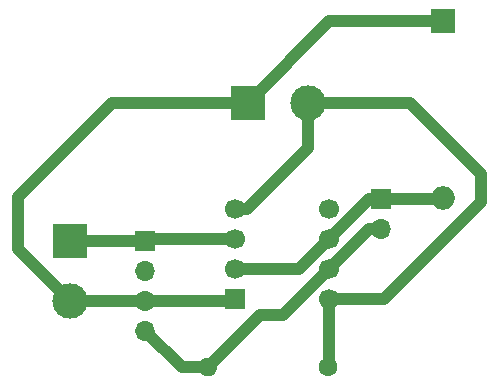
<source format=gbr>
%TF.GenerationSoftware,KiCad,Pcbnew,6.0.2+dfsg-1*%
%TF.CreationDate,2023-01-17T16:47:03+01:00*%
%TF.ProjectId,PCB_V1,5043425f-5631-42e6-9b69-6361645f7063,rev?*%
%TF.SameCoordinates,Original*%
%TF.FileFunction,Copper,L2,Bot*%
%TF.FilePolarity,Positive*%
%FSLAX46Y46*%
G04 Gerber Fmt 4.6, Leading zero omitted, Abs format (unit mm)*
G04 Created by KiCad (PCBNEW 6.0.2+dfsg-1) date 2023-01-17 16:47:03*
%MOMM*%
%LPD*%
G01*
G04 APERTURE LIST*
%TA.AperFunction,ComponentPad*%
%ADD10C,1.700000*%
%TD*%
%TA.AperFunction,ComponentPad*%
%ADD11R,1.700000X1.700000*%
%TD*%
%TA.AperFunction,ComponentPad*%
%ADD12O,1.700000X1.700000*%
%TD*%
%TA.AperFunction,ComponentPad*%
%ADD13C,1.600000*%
%TD*%
%TA.AperFunction,ComponentPad*%
%ADD14O,1.600000X1.600000*%
%TD*%
%TA.AperFunction,ComponentPad*%
%ADD15R,3.000000X3.000000*%
%TD*%
%TA.AperFunction,ComponentPad*%
%ADD16C,3.000000*%
%TD*%
%TA.AperFunction,ComponentPad*%
%ADD17R,2.000000X2.000000*%
%TD*%
%TA.AperFunction,ComponentPad*%
%ADD18O,2.000000X2.000000*%
%TD*%
%TA.AperFunction,Conductor*%
%ADD19C,1.000000*%
%TD*%
G04 APERTURE END LIST*
D10*
%TO.P,U1,8,VCC*%
%TO.N,VCC*%
X177370000Y-66010000D03*
%TO.P,U1,7,DIS*%
%TO.N,Analog_Calib*%
X177370000Y-63470000D03*
%TO.P,U1,6,THR*%
%TO.N,Electrode_2*%
X177370000Y-60930000D03*
%TO.P,U1,5,CV*%
%TO.N,unconnected-(U1-Pad5)*%
X177370000Y-58390000D03*
%TO.P,U1,4,R*%
%TO.N,VCC*%
X169430000Y-58390000D03*
%TO.P,U1,3,Q*%
%TO.N,NE555_Output*%
X169430000Y-60930000D03*
%TO.P,U1,2,TR*%
%TO.N,Electrode_2*%
X169430000Y-63470000D03*
D11*
%TO.P,U1,1,GND*%
%TO.N,GND*%
X169430000Y-66010000D03*
%TD*%
%TO.P,J2,1,Pin_1*%
%TO.N,NE555_Output*%
X161800000Y-61060000D03*
D12*
%TO.P,J2,2,Pin_2*%
%TO.N,unconnected-(J2-Pad2)*%
X161800000Y-63600000D03*
%TO.P,J2,3,Pin_3*%
%TO.N,GND*%
X161800000Y-66140000D03*
%TO.P,J2,4,Pin_4*%
%TO.N,Analog_Calib*%
X161800000Y-68680000D03*
%TD*%
D13*
%TO.P,R3,1*%
%TO.N,VCC*%
X177280000Y-71800000D03*
D14*
%TO.P,R3,2*%
%TO.N,Analog_Calib*%
X167120000Y-71800000D03*
%TD*%
D15*
%TO.P,J3,1,Pin_1*%
%TO.N,GND*%
X170460000Y-49400000D03*
D16*
%TO.P,J3,2,Pin_2*%
%TO.N,VCC*%
X175540000Y-49400000D03*
%TD*%
D11*
%TO.P,J1,1,Pin_1*%
%TO.N,Electrode_2*%
X181775000Y-57550000D03*
D12*
%TO.P,J1,2,Pin_2*%
%TO.N,Analog_Calib*%
X181775000Y-60090000D03*
%TD*%
D17*
%TO.P,C1,1*%
%TO.N,GND*%
X187042500Y-42500000D03*
D18*
%TO.P,C1,2*%
%TO.N,Electrode_2*%
X187042500Y-57500000D03*
%TD*%
D15*
%TO.P,Speaker1,1,Pin_1*%
%TO.N,NE555_Output*%
X155400000Y-61060000D03*
D16*
%TO.P,Speaker1,2,Pin_2*%
%TO.N,GND*%
X155400000Y-66140000D03*
%TD*%
D19*
%TO.N,GND*%
X155400000Y-66140000D02*
X161800000Y-66140000D01*
X177360000Y-42500000D02*
X170460000Y-49400000D01*
X159000000Y-49400000D02*
X151000000Y-57400000D01*
X170460000Y-49400000D02*
X159000000Y-49400000D01*
X151000000Y-57400000D02*
X151000000Y-61740000D01*
X187042500Y-42500000D02*
X177360000Y-42500000D01*
X161800000Y-66140000D02*
X169300000Y-66140000D01*
X151000000Y-61740000D02*
X155400000Y-66140000D01*
X169300000Y-66140000D02*
X169430000Y-66010000D01*
%TO.N,Electrode_2*%
X169430000Y-63470000D02*
X174830000Y-63470000D01*
X180750000Y-57550000D02*
X177370000Y-60930000D01*
X186992500Y-57550000D02*
X187042500Y-57500000D01*
X181775000Y-57550000D02*
X180750000Y-57550000D01*
X181775000Y-57550000D02*
X186992500Y-57550000D01*
X174830000Y-63470000D02*
X177370000Y-60930000D01*
%TO.N,Analog_Calib*%
X181775000Y-60090000D02*
X180750000Y-60090000D01*
X177370000Y-63470000D02*
X173440000Y-67400000D01*
X180750000Y-60090000D02*
X177370000Y-63470000D01*
X171520000Y-67400000D02*
X167120000Y-71800000D01*
X167120000Y-71800000D02*
X164920000Y-71800000D01*
X173440000Y-67400000D02*
X171520000Y-67400000D01*
X164920000Y-71800000D02*
X161800000Y-68680000D01*
%TO.N,NE555_Output*%
X169430000Y-60930000D02*
X161930000Y-60930000D01*
X161930000Y-60930000D02*
X161800000Y-61060000D01*
X155400000Y-61060000D02*
X161800000Y-61060000D01*
%TO.N,VCC*%
X170410000Y-58390000D02*
X175540000Y-53260000D01*
X175540000Y-53260000D02*
X175540000Y-49400000D01*
X190200000Y-55400000D02*
X184200000Y-49400000D01*
X181990000Y-66010000D02*
X190200000Y-57800000D01*
X169430000Y-58390000D02*
X170410000Y-58390000D01*
X177370000Y-66010000D02*
X177370000Y-71710000D01*
X184200000Y-49400000D02*
X175540000Y-49400000D01*
X177370000Y-71710000D02*
X177280000Y-71800000D01*
X190200000Y-57800000D02*
X190200000Y-55400000D01*
X177370000Y-66010000D02*
X181990000Y-66010000D01*
%TD*%
M02*

</source>
